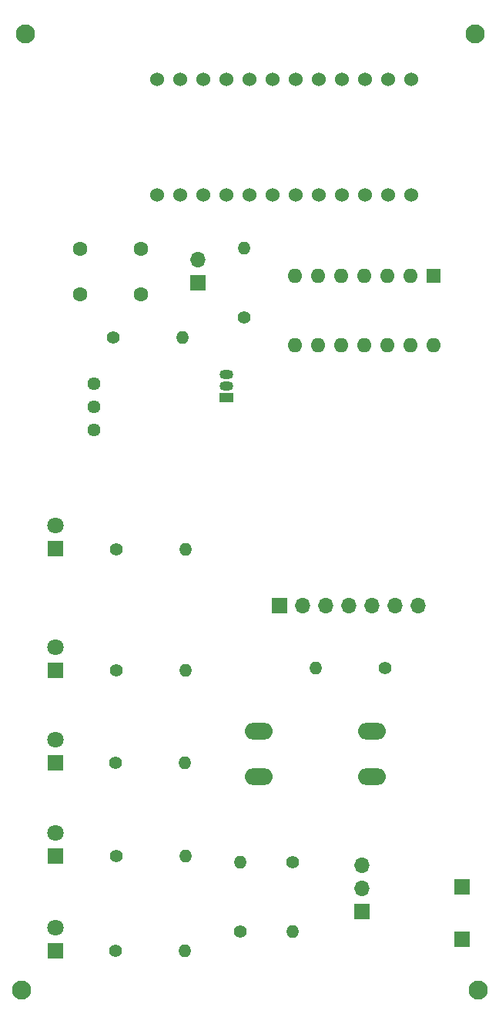
<source format=gbr>
%TF.GenerationSoftware,KiCad,Pcbnew,7.0.8*%
%TF.CreationDate,2024-05-22T14:40:07-04:00*%
%TF.ProjectId,avalanche_transmitter,6176616c-616e-4636-9865-5f7472616e73,1.0*%
%TF.SameCoordinates,Original*%
%TF.FileFunction,Soldermask,Top*%
%TF.FilePolarity,Negative*%
%FSLAX46Y46*%
G04 Gerber Fmt 4.6, Leading zero omitted, Abs format (unit mm)*
G04 Created by KiCad (PCBNEW 7.0.8) date 2024-05-22 14:40:07*
%MOMM*%
%LPD*%
G01*
G04 APERTURE LIST*
%ADD10R,1.700000X1.700000*%
%ADD11O,1.700000X1.700000*%
%ADD12O,1.400000X1.400000*%
%ADD13C,1.400000*%
%ADD14C,1.524000*%
%ADD15R,1.600000X1.600000*%
%ADD16O,1.600000X1.600000*%
%ADD17R,1.800000X1.800000*%
%ADD18C,1.800000*%
%ADD19C,1.440000*%
%ADD20R,1.500000X1.050000*%
%ADD21O,1.500000X1.050000*%
%ADD22C,1.600000*%
%ADD23C,2.100000*%
%ADD24O,3.048000X1.850000*%
G04 APERTURE END LIST*
D10*
%TO.C,SW2*%
X72009000Y-113777000D03*
D11*
X72009000Y-111237000D03*
X72009000Y-108697000D03*
%TD*%
D12*
%TO.C,R10*%
X58674000Y-108331000D03*
D13*
X58674000Y-115951000D03*
%TD*%
D12*
%TO.C,R9*%
X64389000Y-115951000D03*
D13*
X64389000Y-108331000D03*
%TD*%
D14*
%TO.C,U2*%
X49530000Y-22352000D03*
X52070000Y-22352000D03*
X54610000Y-22352000D03*
X57150000Y-22352000D03*
X59690000Y-22352000D03*
X62230000Y-22352000D03*
X64770000Y-22352000D03*
X67310000Y-22352000D03*
X69850000Y-22352000D03*
X72390000Y-22352000D03*
X74930000Y-22352000D03*
X77470000Y-22352000D03*
X49530000Y-35052000D03*
X52070000Y-35052000D03*
X54610000Y-35052000D03*
X57150000Y-35052000D03*
X59690000Y-35052000D03*
X62230000Y-35052000D03*
X64770000Y-35052000D03*
X67310000Y-35052000D03*
X69850000Y-35052000D03*
X72390000Y-35052000D03*
X74930000Y-35052000D03*
X77470000Y-35052000D03*
%TD*%
D15*
%TO.C,U1*%
X79888000Y-43952000D03*
D16*
X77348000Y-43952000D03*
X74808000Y-43952000D03*
X72268000Y-43952000D03*
X69728000Y-43952000D03*
X67188000Y-43952000D03*
X64648000Y-43952000D03*
X64648000Y-51572000D03*
X67188000Y-51572000D03*
X69728000Y-51572000D03*
X72268000Y-51572000D03*
X74808000Y-51572000D03*
X77348000Y-51572000D03*
X79888000Y-51572000D03*
%TD*%
D17*
%TO.C,TRANSMITTING1*%
X38354000Y-73919000D03*
D18*
X38354000Y-71379000D03*
%TD*%
D19*
%TO.C,RV1*%
X42545000Y-55753000D03*
X42545000Y-58293000D03*
X42545000Y-60833000D03*
%TD*%
D13*
%TO.C,R8*%
X59055000Y-48514000D03*
D12*
X59055000Y-40894000D03*
%TD*%
D20*
%TO.C,Q1*%
X57150000Y-57277000D03*
D21*
X57150000Y-56007000D03*
X57150000Y-54737000D03*
%TD*%
D10*
%TO.C,J1*%
X62992000Y-80137000D03*
D11*
X65532000Y-80137000D03*
X68072000Y-80137000D03*
X70612000Y-80137000D03*
X73152000Y-80137000D03*
X75692000Y-80137000D03*
X78232000Y-80137000D03*
%TD*%
D17*
%TO.C,D1*%
X38354000Y-87249000D03*
D18*
X38354000Y-84709000D03*
%TD*%
D22*
%TO.C,C3*%
X47752000Y-40934000D03*
X47752000Y-45934000D03*
%TD*%
%TO.C,C2*%
X41021000Y-40934000D03*
X41021000Y-45934000D03*
%TD*%
D10*
%TO.C,AE1*%
X53975000Y-44704000D03*
D11*
X53975000Y-42164000D03*
%TD*%
D18*
%TO.C,100\u00251*%
X38354000Y-115570000D03*
D17*
X38354000Y-118110000D03*
%TD*%
%TO.C,75\u00251*%
X38354000Y-107696000D03*
D18*
X38354000Y-105156000D03*
%TD*%
D17*
%TO.C,50\u00251*%
X38354000Y-97409000D03*
D18*
X38354000Y-94869000D03*
%TD*%
D23*
%TO.C,REF\u002A\u002A*%
X34600000Y-122400000D03*
%TD*%
D12*
%TO.C,R4*%
X52578000Y-118110000D03*
D13*
X44958000Y-118110000D03*
%TD*%
%TO.C,R7*%
X44680000Y-50700000D03*
D12*
X52300000Y-50700000D03*
%TD*%
D13*
%TO.C,R1*%
X45000000Y-87249000D03*
D12*
X52620000Y-87249000D03*
%TD*%
%TO.C,R5*%
X52620000Y-73950000D03*
D13*
X45000000Y-73950000D03*
%TD*%
D23*
%TO.C,REF\u002A\u002A*%
X84500000Y-17350000D03*
%TD*%
D12*
%TO.C,R2*%
X52578000Y-97409000D03*
D13*
X44958000Y-97409000D03*
%TD*%
D10*
%TO.C,GND*%
X83000000Y-116850000D03*
%TD*%
D13*
%TO.C,R6*%
X74600000Y-87000000D03*
D12*
X66980000Y-87000000D03*
%TD*%
D23*
%TO.C,REF\u002A\u002A*%
X35000000Y-17350000D03*
%TD*%
%TO.C,REF\u002A\u002A*%
X84800000Y-122400000D03*
%TD*%
D24*
%TO.C,REF\u002A\u002A*%
X60660000Y-93950000D03*
X73160000Y-93950000D03*
X60660000Y-98950000D03*
X73160000Y-98950000D03*
%TD*%
D12*
%TO.C,R3*%
X52620000Y-107696000D03*
D13*
X45000000Y-107696000D03*
%TD*%
D10*
%TO.C,Battery In (6V)*%
X83000000Y-111100000D03*
%TD*%
M02*

</source>
